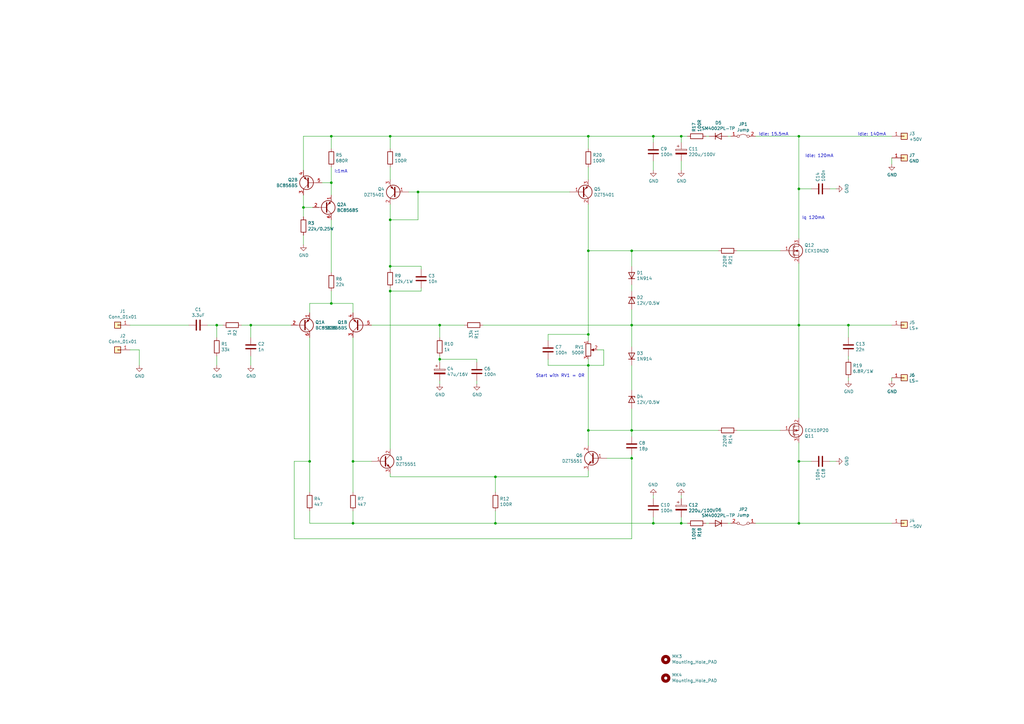
<source format=kicad_sch>
(kicad_sch (version 20211123) (generator eeschema)
  (paper "A3")
  (title_block (title "Lateral MOS FET 80W") (date "2022-03-27") (rev "V2b"))
  (lib_symbols
    (symbol "Connector_Generic:Conn_01x01" (pin_names (offset 1.016) hide)
      (property "Reference" "J" (at 0 2.54 0))
      (property "Value" "Conn_01x01" (at 0 -2.54 0))
      (symbol "Conn_01x01_1_1"
        (rectangle (start -1.27 0.127) (end 0 -0.127) (stroke (width 0.1524)))
        (rectangle (start -1.27 1.27) (end 1.27 -1.27) (stroke (width 0.254)) (fill (type background)))
        (pin passive line (at -5.08 0 0) (length 3.81) (name "Pin_1") (number "1"))
      )
    )
    (symbol "Device:C" (pin_numbers hide) (pin_names (offset 0.254))
      (property "Reference" "C" (at 0.635 2.54 0))
      (property "Value" "C" (at 0.635 -2.54 0))
      (symbol "C_0_1"
        (polyline (pts (xy -2.032 -0.762) (xy 2.032 -0.762)) (stroke (width 0.508)))
        (polyline (pts (xy -2.032 0.762) (xy 2.032 0.762)) (stroke (width 0.508)))
      )
      (symbol "C_1_1"
        (pin passive line (at 0 3.81 270) (length 2.794) (name "~") (number "1"))
        (pin passive line (at 0 -3.81 90) (length 2.794) (name "~") (number "2"))
      )
    )
    (symbol "Device:CP" (pin_numbers hide) (pin_names (offset 0.254))
      (property "Reference" "C" (at 0.635 2.54 0))
      (property "Value" "Device_CP" (at 0.635 -2.54 0))
      (symbol "CP_0_1"
        (rectangle (start -2.286 0.508) (end 2.286 1.016))
        (polyline (pts (xy -1.778 2.286) (xy -0.762 2.286)))
        (polyline (pts (xy -1.27 2.794) (xy -1.27 1.778)))
        (rectangle (start 2.286 -0.508) (end -2.286 -1.016) (fill (type outline)))
      )
      (symbol "CP_1_1"
        (pin passive line (at 0 3.81 270) (length 2.794) (name "~") (number "1"))
        (pin passive line (at 0 -3.81 90) (length 2.794) (name "~") (number "2"))
      )
    )
    (symbol "Device:R" (pin_numbers hide) (pin_names (offset 0))
      (property "Reference" "R" (at 2.032 0 90))
      (property "Value" "R" (at 0 0 90))
      (symbol "R_0_1"
        (rectangle (start -1.016 -2.54) (end 1.016 2.54) (stroke (width 0.254)))
      )
      (symbol "R_1_1"
        (pin passive line (at 0 3.81 270) (length 1.27) (name "~") (number "1"))
        (pin passive line (at 0 -3.81 90) (length 1.27) (name "~") (number "2"))
      )
    )
    (symbol "Device:R_POT" (pin_names (offset 1.016) hide)
      (property "Reference" "RV" (at -4.445 0 90))
      (property "Value" "Device_R_POT" (at -2.54 0 90))
      (symbol "R_POT_0_1"
        (polyline (pts (xy 2.54 0) (xy 1.524 0)))
        (polyline (pts (xy 1.143 0) (xy 2.286 0.508) (xy 2.286 -0.508) (xy 1.143 0)) (fill (type outline)))
        (rectangle (start 1.016 2.54) (end -1.016 -2.54) (stroke (width 0.254)))
      )
      (symbol "R_POT_1_1"
        (pin passive line (at 0 3.81 270) (length 1.27) (name "1") (number "1"))
        (pin passive line (at 3.81 0 180) (length 1.27) (name "2") (number "2"))
        (pin passive line (at 0 -3.81 90) (length 1.27) (name "3") (number "3"))
      )
    )
    (symbol "Diode:1N4002" (pin_numbers hide) (pin_names (offset 1.016) hide)
      (property "Reference" "D" (at 0 2.54 0))
      (property "Value" "1N4002" (at 0 -2.54 0))
      (symbol "1N4002_0_1"
        (polyline (pts (xy -1.27 1.27) (xy -1.27 -1.27)) (stroke (width 0.254)))
        (polyline (pts (xy 1.27 0) (xy -1.27 0)))
        (polyline (pts (xy 1.27 1.27) (xy 1.27 -1.27) (xy -1.27 0) (xy 1.27 1.27)) (stroke (width 0.254)))
      )
      (symbol "1N4002_1_1"
        (pin passive line (at -3.81 0 0) (length 2.54) (name "K") (number "1"))
        (pin passive line (at 3.81 0 180) (length 2.54) (name "A") (number "2"))
      )
    )
    (symbol "Diode:1N4148" (pin_numbers hide) (pin_names (offset 1.016) hide)
      (property "Reference" "D" (at 0 2.54 0))
      (property "Value" "1N4148" (at 0 -2.54 0))
      (symbol "1N4148_0_1"
        (polyline (pts (xy -1.27 1.27) (xy -1.27 -1.27)) (stroke (width 0.254)))
        (polyline (pts (xy 1.27 0) (xy -1.27 0)))
        (polyline (pts (xy 1.27 1.27) (xy 1.27 -1.27) (xy -1.27 0) (xy 1.27 1.27)) (stroke (width 0.254)))
      )
      (symbol "1N4148_1_1"
        (pin passive line (at -3.81 0 0) (length 2.54) (name "K") (number "1"))
        (pin passive line (at 3.81 0 180) (length 2.54) (name "A") (number "2"))
      )
    )
    (symbol "Diode:ZPDxx" (pin_numbers hide) (pin_names (offset 1.016) hide)
      (property "Reference" "D" (at 0 2.54 0))
      (property "Value" "ZPDxx" (at 0 -2.54 0))
      (symbol "ZPDxx_0_1"
        (polyline (pts (xy 1.27 0) (xy -1.27 0)))
        (polyline (pts (xy -1.27 -1.27) (xy -1.27 1.27) (xy -0.762 1.27)) (stroke (width 0.254)))
        (polyline (pts (xy 1.27 -1.27) (xy 1.27 1.27) (xy -1.27 0) (xy 1.27 -1.27)) (stroke (width 0.254)))
      )
      (symbol "ZPDxx_1_1"
        (pin passive line (at -3.81 0 0) (length 2.54) (name "K") (number "1"))
        (pin passive line (at 3.81 0 180) (length 2.54) (name "A") (number "2"))
      )
    )
    (symbol "Jumper:Jumper_2_Bridged" (pin_names (offset 0) hide)
      (property "Reference" "JP" (at 0 1.905 0))
      (property "Value" "Jumper_2_Bridged" (at 0 -2.54 0))
      (symbol "Jumper_2_Bridged_0_0"
        (circle (center -2.032 0) (radius 0.508))
        (circle (center 2.032 0) (radius 0.508))
      )
      (symbol "Jumper_2_Bridged_0_1"
        (arc (start 1.524 0.254) (mid 0 0.762) (end -1.524 0.254))
      )
      (symbol "Jumper_2_Bridged_1_1"
        (pin passive line (at -5.08 0 0) (length 2.54) (name "A") (number "1"))
        (pin passive line (at 5.08 0 180) (length 2.54) (name "B") (number "2"))
      )
    )
    (symbol "Mechanical:MountingHole" (pin_names (offset 1.016))
      (property "Reference" "H" (at 0 5.08 0))
      (property "Value" "MountingHole" (at 0 3.175 0))
      (symbol "MountingHole_0_1"
        (circle (center 0 0) (radius 1.27) (stroke (width 1.27)))
      )
    )
    (symbol "Transistor_BJT:BC856BS" (pin_names (offset 0) hide)
      (property "Reference" "Q" (at 5.08 1.27 0))
      (property "Value" "BC856BS" (at 5.08 -1.27 0))
      (symbol "BC856BS_0_1"
        (polyline (pts (xy 0.635 0) (xy -2.54 0)))
        (polyline (pts (xy 0.635 0.635) (xy 2.54 2.54)))
        (polyline (pts (xy 0.635 -0.635) (xy 2.54 -2.54) (xy 2.54 -2.54)))
        (polyline (pts (xy 0.635 1.905) (xy 0.635 -1.905) (xy 0.635 -1.905)) (stroke (width 0.508)))
        (polyline (pts (xy 2.286 -1.778) (xy 1.778 -2.286) (xy 1.27 -1.27) (xy 2.286 -1.778) (xy 2.286 -1.778)) (fill (type outline)))
        (circle (center 1.27 0) (radius 2.8194) (stroke (width 0.254)))
      )
      (symbol "BC856BS_1_1"
        (pin passive line (at 2.54 -5.08 90) (length 2.54) (name "E1") (number "1"))
        (pin input line (at -5.08 0 0) (length 2.54) (name "B1") (number "2"))
        (pin passive line (at 2.54 5.08 270) (length 2.54) (name "C1") (number "6"))
      )
      (symbol "BC856BS_2_1"
        (pin passive line (at 2.54 5.08 270) (length 2.54) (name "C2") (number "3"))
        (pin passive line (at 2.54 -5.08 90) (length 2.54) (name "E2") (number "4"))
        (pin input line (at -5.08 0 0) (length 2.54) (name "B2") (number "5"))
      )
    )
    (symbol "kicad-snk:DZT5401" (pin_names (offset 0) hide)
      (property "Reference" "Q" (at 5.08 1.905 0))
      (property "Value" "kicad-snk_DZT5401" (at 5.08 0 0))
      (symbol "DZT5401_0_1"
        (polyline (pts (xy 0.635 0.635) (xy 2.54 2.54)))
        (polyline (pts (xy 0.635 -0.635) (xy 2.54 -2.54) (xy 2.54 -2.54)))
        (polyline (pts (xy 0.635 1.905) (xy 0.635 -1.905) (xy 0.635 -1.905)) (stroke (width 0.508)))
        (polyline (pts (xy 2.286 -1.778) (xy 1.778 -2.286) (xy 1.27 -1.27) (xy 2.286 -1.778) (xy 2.286 -1.778)) (fill (type outline)))
        (circle (center 1.27 0) (radius 2.8194) (stroke (width 0.254)))
      )
      (symbol "DZT5401_1_1"
        (pin input line (at -5.08 0 0) (length 5.715) (name "B") (number "1"))
        (pin passive line (at 2.54 5.08 270) (length 2.54) (name "C") (number "2"))
        (pin passive line (at 2.54 -5.08 90) (length 2.54) (name "E") (number "3"))
      )
    )
    (symbol "kicad-snk:DZT5551" (pin_names (offset 0) hide)
      (property "Reference" "Q" (at 5.08 1.905 0))
      (property "Value" "kicad-snk_DZT5551" (at 5.08 0 0))
      (symbol "DZT5551_0_1"
        (polyline (pts (xy 0.635 0.635) (xy 2.54 2.54)))
        (polyline (pts (xy 0.635 -0.635) (xy 2.54 -2.54) (xy 2.54 -2.54)))
        (polyline (pts (xy 0.635 1.905) (xy 0.635 -1.905) (xy 0.635 -1.905)) (stroke (width 0.508)))
        (polyline (pts (xy 1.27 -1.778) (xy 1.778 -1.27) (xy 2.286 -2.286) (xy 1.27 -1.778) (xy 1.27 -1.778)) (fill (type outline)))
        (circle (center 1.27 0) (radius 2.8194) (stroke (width 0.254)))
      )
      (symbol "DZT5551_1_1"
        (pin input line (at -5.08 0 0) (length 5.715) (name "B") (number "1"))
        (pin passive line (at 2.54 5.08 270) (length 2.54) (name "C") (number "2"))
        (pin passive line (at 2.54 -5.08 90) (length 2.54) (name "E") (number "3"))
      )
    )
    (symbol "kicad-snk:Q_NMOS_GSD" (pin_names (offset 0) hide)
      (property "Reference" "Q" (at 7.62 1.27 0))
      (property "Value" "kicad-snk_Q_NMOS_GSD" (at 16.51 -1.27 0))
      (symbol "Q_NMOS_GSD_0_1"
        (polyline (pts (xy 0.762 -1.778) (xy 2.54 -1.778)))
        (polyline (pts (xy 0.762 -1.27) (xy 0.762 -2.286)) (stroke (width 0.254)))
        (polyline (pts (xy 0.762 0) (xy 2.54 0)))
        (polyline (pts (xy 0.762 0.508) (xy 0.762 -0.508)) (stroke (width 0.254)))
        (polyline (pts (xy 0.762 1.778) (xy 2.54 1.778)))
        (polyline (pts (xy 0.762 2.286) (xy 0.762 1.27)) (stroke (width 0.254)))
        (polyline (pts (xy 2.54 -1.778) (xy 2.54 -2.54)))
        (polyline (pts (xy 2.54 -1.778) (xy 2.54 0)))
        (polyline (pts (xy 2.54 2.54) (xy 2.54 1.778)))
        (polyline (pts (xy 0.254 1.905) (xy 0.254 -1.905) (xy 0.254 -1.905)) (stroke (width 0.254)))
        (polyline (pts (xy 1.016 0) (xy 2.032 0.381) (xy 2.032 -0.381) (xy 1.016 0)) (fill (type outline)))
        (circle (center 1.27 0) (radius 2.8194) (stroke (width 0.254)))
      )
      (symbol "Q_NMOS_GSD_1_1"
        (pin input line (at -5.08 0 0) (length 5.334) (name "G") (number "1"))
        (pin passive line (at 2.54 -5.08 90) (length 2.54) (name "S") (number "2"))
        (pin passive line (at 2.54 5.08 270) (length 2.54) (name "D") (number "3"))
      )
    )
    (symbol "kicad-snk:Q_PMOS_GSD" (pin_names (offset 0) hide)
      (property "Reference" "Q" (at 7.62 1.27 0))
      (property "Value" "kicad-snk_Q_PMOS_GSD" (at 16.51 -1.27 0))
      (symbol "Q_PMOS_GSD_0_1"
        (polyline (pts (xy 0.762 -1.778) (xy 2.54 -1.778)))
        (polyline (pts (xy 0.762 -1.27) (xy 0.762 -2.286)) (stroke (width 0.254)))
        (polyline (pts (xy 0.762 0) (xy 2.54 0)))
        (polyline (pts (xy 0.762 0.508) (xy 0.762 -0.508)) (stroke (width 0.254)))
        (polyline (pts (xy 0.762 1.778) (xy 2.54 1.778)))
        (polyline (pts (xy 0.762 2.286) (xy 0.762 1.27)) (stroke (width 0.254)))
        (polyline (pts (xy 2.54 -1.778) (xy 2.54 -2.54)))
        (polyline (pts (xy 2.54 -1.778) (xy 2.54 0)))
        (polyline (pts (xy 2.54 2.54) (xy 2.54 1.778)))
        (polyline (pts (xy 0.254 1.905) (xy 0.254 -1.905) (xy 0.254 -1.905)) (stroke (width 0.254)))
        (polyline (pts (xy 2.286 0) (xy 1.27 -0.381) (xy 1.27 0.381) (xy 2.286 0)) (fill (type outline)))
        (circle (center 1.27 0) (radius 2.8194) (stroke (width 0.254)))
      )
      (symbol "Q_PMOS_GSD_1_1"
        (pin input line (at -5.08 0 0) (length 5.334) (name "G") (number "1"))
        (pin passive line (at 2.54 -5.08 90) (length 2.54) (name "D") (number "2"))
        (pin passive line (at 2.54 5.08 270) (length 2.54) (name "S") (number "3"))
      )
    )
    (symbol "power:GND" (power) (pin_names (offset 0))
      (property "Value" "GND" (at 0 -3.81 0))
      (symbol "GND_0_1"
        (polyline (pts (xy 0 0) (xy 0 -1.27) (xy 1.27 -1.27) (xy 0 -2.54) (xy -1.27 -1.27) (xy 0 -1.27)))
      )
      (symbol "GND_1_1"
        (pin power_in line (at 0 0 270) (length 0) hide (name "GND") (number "1"))
      )
    )
  )
  (junction (at 241.3 55.88))
  (junction (at 135.89 74.93))
  (junction (at 259.08 102.87))
  (junction (at 180.34 133.35))
  (junction (at 347.98 133.35))
  (junction (at 241.3 137.16))
  (junction (at 241.3 102.87))
  (junction (at 160.02 90.17))
  (junction (at 135.89 124.46))
  (junction (at 267.97 214.63))
  (junction (at 88.9 133.35))
  (junction (at 259.08 133.35))
  (junction (at 160.02 109.22))
  (junction (at 241.3 149.86))
  (junction (at 267.97 55.88))
  (junction (at 327.66 189.23))
  (junction (at 279.4 55.88))
  (junction (at 171.45 78.74))
  (junction (at 327.66 55.88))
  (junction (at 203.2 214.63))
  (junction (at 135.89 55.88))
  (junction (at 144.78 189.23))
  (junction (at 203.2 195.58))
  (junction (at 327.66 133.35))
  (junction (at 327.66 214.63))
  (junction (at 127 189.23))
  (junction (at 241.3 176.53))
  (junction (at 259.08 187.96))
  (junction (at 124.46 85.09))
  (junction (at 160.02 55.88))
  (junction (at 160.02 119.38))
  (junction (at 259.08 176.53))
  (junction (at 102.87 133.35))
  (junction (at 180.34 147.32))
  (junction (at 144.78 214.63))
  (junction (at 279.4 214.63))
  (junction (at 327.66 77.47))
  (wire (pts (xy 57.15 143.51) (xy 53.34 143.51)))
  (wire (pts (xy 247.65 149.86) (xy 247.65 143.51)))
  (wire (pts (xy 309.88 214.63) (xy 327.66 214.63)))
  (wire (pts (xy 195.58 147.32) (xy 180.34 147.32)))
  (wire (pts (xy 160.02 194.31) (xy 160.02 195.58)))
  (wire (pts (xy 327.66 214.63) (xy 327.66 189.23)))
  (wire (pts (xy 259.08 176.53) (xy 241.3 176.53)))
  (wire (pts (xy 195.58 148.59) (xy 195.58 147.32)))
  (wire (pts (xy 259.08 109.22) (xy 259.08 102.87)))
  (wire (pts (xy 144.78 138.43) (xy 144.78 189.23)))
  (wire (pts (xy 135.89 119.38) (xy 135.89 124.46)))
  (wire (pts (xy 267.97 55.88) (xy 267.97 58.42)))
  (wire (pts (xy 53.34 133.35) (xy 77.47 133.35)))
  (wire (pts (xy 259.08 133.35) (xy 259.08 127)))
  (wire (pts (xy 267.97 66.04) (xy 267.97 69.85)))
  (wire (pts (xy 332.74 77.47) (xy 327.66 77.47)))
  (wire (pts (xy 172.72 110.49) (xy 172.72 109.22)))
  (wire (pts (xy 332.74 189.23) (xy 327.66 189.23)))
  (wire (pts (xy 135.89 74.93) (xy 135.89 68.58)))
  (wire (pts (xy 279.4 55.88) (xy 279.4 58.42)))
  (wire (pts (xy 327.66 97.79) (xy 327.66 77.47)))
  (wire (pts (xy 120.65 220.98) (xy 259.08 220.98)))
  (wire (pts (xy 180.34 147.32) (xy 180.34 146.05)))
  (wire (pts (xy 241.3 149.86) (xy 247.65 149.86)))
  (wire (pts (xy 241.3 55.88) (xy 160.02 55.88)))
  (wire (pts (xy 120.65 189.23) (xy 120.65 220.98)))
  (wire (pts (xy 144.78 214.63) (xy 203.2 214.63)))
  (wire (pts (xy 290.83 55.88) (xy 289.56 55.88)))
  (wire (pts (xy 102.87 138.43) (xy 102.87 133.35)))
  (wire (pts (xy 302.26 176.53) (xy 320.04 176.53)))
  (wire (pts (xy 241.3 149.86) (xy 241.3 176.53)))
  (wire (pts (xy 160.02 90.17) (xy 160.02 83.82)))
  (wire (pts (xy 203.2 195.58) (xy 241.3 195.58)))
  (wire (pts (xy 132.08 74.93) (xy 135.89 74.93)))
  (wire (pts (xy 171.45 90.17) (xy 171.45 78.74)))
  (wire (pts (xy 160.02 60.96) (xy 160.02 55.88)))
  (wire (pts (xy 298.45 55.88) (xy 299.72 55.88)))
  (wire (pts (xy 127 128.27) (xy 127 124.46)))
  (wire (pts (xy 365.76 64.77) (xy 365.76 67.31)))
  (wire (pts (xy 241.3 139.7) (xy 241.3 137.16)))
  (wire (pts (xy 259.08 160.02) (xy 259.08 149.86)))
  (wire (pts (xy 127 124.46) (xy 135.89 124.46)))
  (wire (pts (xy 135.89 55.88) (xy 124.46 55.88)))
  (wire (pts (xy 327.66 77.47) (xy 327.66 55.88)))
  (wire (pts (xy 241.3 147.32) (xy 241.3 149.86)))
  (wire (pts (xy 241.3 73.66) (xy 241.3 68.58)))
  (wire (pts (xy 127 201.93) (xy 127 189.23)))
  (wire (pts (xy 160.02 119.38) (xy 160.02 118.11)))
  (wire (pts (xy 172.72 118.11) (xy 172.72 119.38)))
  (wire (pts (xy 267.97 214.63) (xy 203.2 214.63)))
  (wire (pts (xy 327.66 189.23) (xy 327.66 181.61)))
  (wire (pts (xy 259.08 102.87) (xy 294.64 102.87)))
  (wire (pts (xy 347.98 138.43) (xy 347.98 133.35)))
  (wire (pts (xy 102.87 149.86) (xy 102.87 146.05)))
  (wire (pts (xy 88.9 149.86) (xy 88.9 146.05)))
  (wire (pts (xy 135.89 80.01) (xy 135.89 74.93)))
  (wire (pts (xy 347.98 156.21) (xy 347.98 154.94)))
  (wire (pts (xy 180.34 133.35) (xy 152.4 133.35)))
  (wire (pts (xy 241.3 176.53) (xy 241.3 182.88)))
  (wire (pts (xy 160.02 73.66) (xy 160.02 68.58)))
  (wire (pts (xy 224.79 139.7) (xy 224.79 137.16)))
  (wire (pts (xy 102.87 133.35) (xy 119.38 133.35)))
  (wire (pts (xy 302.26 102.87) (xy 320.04 102.87)))
  (wire (pts (xy 342.9 77.47) (xy 340.36 77.47)))
  (wire (pts (xy 279.4 214.63) (xy 267.97 214.63)))
  (wire (pts (xy 309.88 55.88) (xy 327.66 55.88)))
  (wire (pts (xy 279.4 212.09) (xy 279.4 214.63)))
  (wire (pts (xy 124.46 80.01) (xy 124.46 85.09)))
  (wire (pts (xy 347.98 147.32) (xy 347.98 146.05)))
  (wire (pts (xy 180.34 148.59) (xy 180.34 147.32)))
  (wire (pts (xy 195.58 157.48) (xy 195.58 156.21)))
  (wire (pts (xy 327.66 55.88) (xy 365.76 55.88)))
  (wire (pts (xy 88.9 138.43) (xy 88.9 133.35)))
  (wire (pts (xy 171.45 78.74) (xy 233.68 78.74)))
  (wire (pts (xy 203.2 214.63) (xy 203.2 209.55)))
  (wire (pts (xy 124.46 100.33) (xy 124.46 96.52)))
  (wire (pts (xy 299.72 214.63) (xy 298.45 214.63)))
  (wire (pts (xy 160.02 90.17) (xy 171.45 90.17)))
  (wire (pts (xy 135.89 60.96) (xy 135.89 55.88)))
  (wire (pts (xy 160.02 119.38) (xy 160.02 184.15)))
  (wire (pts (xy 365.76 133.35) (xy 347.98 133.35)))
  (wire (pts (xy 281.94 55.88) (xy 279.4 55.88)))
  (wire (pts (xy 248.92 187.96) (xy 259.08 187.96)))
  (wire (pts (xy 127 214.63) (xy 144.78 214.63)))
  (wire (pts (xy 160.02 195.58) (xy 203.2 195.58)))
  (wire (pts (xy 224.79 147.32) (xy 224.79 149.86)))
  (wire (pts (xy 160.02 55.88) (xy 135.89 55.88)))
  (wire (pts (xy 241.3 55.88) (xy 241.3 60.96)))
  (wire (pts (xy 327.66 107.95) (xy 327.66 133.35)))
  (wire (pts (xy 144.78 214.63) (xy 144.78 209.55)))
  (wire (pts (xy 135.89 124.46) (xy 144.78 124.46)))
  (wire (pts (xy 160.02 119.38) (xy 172.72 119.38)))
  (wire (pts (xy 279.4 66.04) (xy 279.4 69.85)))
  (wire (pts (xy 124.46 85.09) (xy 124.46 88.9)))
  (wire (pts (xy 347.98 133.35) (xy 327.66 133.35)))
  (wire (pts (xy 85.09 133.35) (xy 88.9 133.35)))
  (wire (pts (xy 241.3 195.58) (xy 241.3 193.04)))
  (wire (pts (xy 160.02 109.22) (xy 172.72 109.22)))
  (wire (pts (xy 160.02 110.49) (xy 160.02 109.22)))
  (wire (pts (xy 267.97 204.47) (xy 267.97 203.2)))
  (wire (pts (xy 180.34 157.48) (xy 180.34 156.21)))
  (wire (pts (xy 259.08 176.53) (xy 259.08 167.64)))
  (wire (pts (xy 102.87 133.35) (xy 99.06 133.35)))
  (wire (pts (xy 342.9 189.23) (xy 340.36 189.23)))
  (wire (pts (xy 241.3 102.87) (xy 241.3 83.82)))
  (wire (pts (xy 198.12 133.35) (xy 259.08 133.35)))
  (wire (pts (xy 224.79 149.86) (xy 241.3 149.86)))
  (wire (pts (xy 167.64 78.74) (xy 171.45 78.74)))
  (wire (pts (xy 127 209.55) (xy 127 214.63)))
  (wire (pts (xy 245.11 143.51) (xy 247.65 143.51)))
  (wire (pts (xy 241.3 137.16) (xy 241.3 102.87)))
  (wire (pts (xy 144.78 124.46) (xy 144.78 128.27)))
  (wire (pts (xy 144.78 201.93) (xy 144.78 189.23)))
  (wire (pts (xy 259.08 187.96) (xy 259.08 186.69)))
  (wire (pts (xy 290.83 214.63) (xy 289.56 214.63)))
  (wire (pts (xy 327.66 214.63) (xy 365.76 214.63)))
  (wire (pts (xy 279.4 203.2) (xy 279.4 204.47)))
  (wire (pts (xy 124.46 55.88) (xy 124.46 69.85)))
  (wire (pts (xy 241.3 102.87) (xy 259.08 102.87)))
  (wire (pts (xy 128.27 85.09) (xy 124.46 85.09)))
  (wire (pts (xy 91.44 133.35) (xy 88.9 133.35)))
  (wire (pts (xy 57.15 149.86) (xy 57.15 143.51)))
  (wire (pts (xy 160.02 109.22) (xy 160.02 90.17)))
  (wire (pts (xy 259.08 142.24) (xy 259.08 133.35)))
  (wire (pts (xy 180.34 133.35) (xy 190.5 133.35)))
  (wire (pts (xy 127 138.43) (xy 127 189.23)))
  (wire (pts (xy 127 189.23) (xy 120.65 189.23)))
  (wire (pts (xy 224.79 137.16) (xy 241.3 137.16)))
  (wire (pts (xy 267.97 212.09) (xy 267.97 214.63)))
  (wire (pts (xy 267.97 55.88) (xy 241.3 55.88)))
  (wire (pts (xy 259.08 133.35) (xy 327.66 133.35)))
  (wire (pts (xy 259.08 119.38) (xy 259.08 116.84)))
  (wire (pts (xy 259.08 176.53) (xy 294.64 176.53)))
  (wire (pts (xy 180.34 138.43) (xy 180.34 133.35)))
  (wire (pts (xy 279.4 55.88) (xy 267.97 55.88)))
  (wire (pts (xy 259.08 220.98) (xy 259.08 187.96)))
  (wire (pts (xy 203.2 201.93) (xy 203.2 195.58)))
  (wire (pts (xy 281.94 214.63) (xy 279.4 214.63)))
  (wire (pts (xy 259.08 179.07) (xy 259.08 176.53)))
  (wire (pts (xy 327.66 133.35) (xy 327.66 171.45)))
  (wire (pts (xy 135.89 111.76) (xy 135.89 90.17)))
  (wire (pts (xy 365.76 156.21) (xy 365.76 154.94)))
  (wire (pts (xy 152.4 189.23) (xy 144.78 189.23)))
  (text "Idle: 120mA" (at 330.2 64.77 0) (effects (font (size 1.27 1.27)) (justify left bottom)))
  (text "Iq 120mA" (at 328.93 90.17 0) (effects (font (size 1.27 1.27)) (justify left bottom)))
  (text "Idle: 15.5mA" (at 311.15 55.88 0) (effects (font (size 1.27 1.27)) (justify left bottom)))
  (text "Idle: 140mA" (at 351.79 55.88 0) (effects (font (size 1.27 1.27)) (justify left bottom)))
  (text "Start with RV1 = 0R" (at 219.71 154.94 0) (effects (font (size 1.27 1.27)) (justify left bottom)))
  (text "I:1mA" (at 137.16 71.12 0) (effects (font (size 1.27 1.27)) (justify left bottom)))
  (symbol (lib_id "Device:R") (at 95.25 133.35 270) (unit 1)
    (property "Reference" "R2" (at 96.4184 135.128 0) (effects (justify left)))
    (property "Value" "1k" (at 94.107 135.128 0) (effects (justify left)))
    (property "Footprint" "Resistor_SMD:R_0805_2012Metric_Pad1.20x1.40mm_HandSolder" (effects hide))
  )
  (symbol (lib_id "Device:C") (at 102.87 142.24 0) (unit 1)
    (property "Reference" "C2" (at 105.791 141.0716 0) (effects (justify left)))
    (property "Value" "1n" (at 105.791 143.383 0) (effects (justify left)))
    (property "Footprint" "Capacitor_THT:C_Rect_L7.2mm_W2.5mm_P5.00mm_FKS2_FKP2_MKS2_MKP2" (effects hide))
  )
  (symbol (lib_id "Device:C") (at 81.28 133.35 270) (unit 1)
    (property "Reference" "C1" (at 81.28 126.9492 90))
    (property "Value" "3.3uF" (at 81.28 129.2606 90))
    (property "Footprint" "Capacitor_THT:C_Rect_L7.2mm_W7.2mm_P5.00mm_FKS2_FKP2_MKS2_MKP2" (effects hide))
  )
  (symbol (lib_id "power:GND") (at 88.9 149.86 0) (unit 1)
    (property "Reference" "#PWR0101" (effects hide))
    (property "Value" "GND" (at 89.027 154.2542 0))
  )
  (symbol (lib_id "Device:R") (at 88.9 142.24 0) (unit 1)
    (property "Reference" "R1" (at 90.678 141.0716 0) (effects (justify left)))
    (property "Value" "33k" (at 90.678 143.383 0) (effects (justify left)))
    (property "Footprint" "Resistor_SMD:R_0805_2012Metric_Pad1.20x1.40mm_HandSolder" (effects hide))
  )
  (symbol (lib_id "power:GND") (at 57.15 149.86 0) (unit 1)
    (property "Reference" "#PWR0102" (effects hide))
    (property "Value" "GND" (at 57.277 154.2542 0))
  )
  (symbol (lib_id "Connector_Generic:Conn_01x01") (at 48.26 133.35 180) (unit 1)
    (property "Reference" "J1" (at 50.3428 127.635 0))
    (property "Value" "Conn_01x01" (at 50.3428 129.9464 0))
    (property "Footprint" "Connector_Pin:Pin_D1.0mm_L10.0mm" (effects hide))
  )
  (symbol (lib_id "Connector_Generic:Conn_01x01") (at 48.26 143.51 180) (unit 1)
    (property "Reference" "J2" (at 50.3428 137.795 0))
    (property "Value" "Conn_01x01" (at 50.3428 140.1064 0))
    (property "Footprint" "Connector_Pin:Pin_D1.0mm_L10.0mm" (effects hide))
  )
  (symbol (lib_id "Device:R") (at 135.89 115.57 0) (unit 1)
    (property "Reference" "R6" (at 137.668 114.4016 0) (effects (justify left)))
    (property "Value" "22k" (at 137.668 116.713 0) (effects (justify left)))
    (property "Footprint" "Resistor_SMD:R_0805_2012Metric_Pad1.20x1.40mm_HandSolder" (effects hide))
  )
  (symbol (lib_id "Device:R") (at 124.46 92.71 0) (unit 1)
    (property "Reference" "R3" (at 126.238 91.5416 0) (effects (justify left)))
    (property "Value" "22k/0.25W" (at 126.238 93.853 0) (effects (justify left)))
    (property "Footprint" "Resistor_SMD:R_0805_2012Metric_Pad1.20x1.40mm_HandSolder" (effects hide))
  )
  (symbol (lib_id "power:GND") (at 124.46 100.33 0) (unit 1)
    (property "Reference" "#PWR0103" (effects hide))
    (property "Value" "GND" (at 124.587 104.7242 0))
  )
  (symbol (lib_id "Jumper:Jumper_2_Bridged") (at 304.8 55.88 0) (unit 1)
    (property "Reference" "JP1" (at 304.8 50.927 0))
    (property "Value" "Jump" (at 304.8 53.2384 0))
    (property "Footprint" "Connector_PinHeader_2.54mm:PinHeader_1x02_P2.54mm_Vertical" (effects hide))
  )
  (symbol (lib_id "Device:R") (at 135.89 64.77 0) (unit 1)
    (property "Reference" "R5" (at 137.668 63.6016 0) (effects (justify left)))
    (property "Value" "680R" (at 137.668 65.913 0) (effects (justify left)))
    (property "Footprint" "Resistor_SMD:R_0805_2012Metric_Pad1.20x1.40mm_HandSolder" (effects hide))
  )
  (symbol (lib_id "Jumper:Jumper_2_Bridged") (at 304.8 214.63 180) (unit 1)
    (property "Reference" "JP2" (at 304.8 208.915 0))
    (property "Value" "Jump" (at 304.8 211.2264 0))
    (property "Footprint" "Connector_PinHeader_2.54mm:PinHeader_1x02_P2.54mm_Vertical" (effects hide))
  )
  (symbol (lib_id "Device:R") (at 160.02 64.77 0) (unit 1)
    (property "Reference" "R8" (at 161.798 63.6016 0) (effects (justify left)))
    (property "Value" "100R" (at 161.798 65.913 0) (effects (justify left)))
    (property "Footprint" "Resistor_SMD:R_0805_2012Metric_Pad1.20x1.40mm_HandSolder" (effects hide))
  )
  (symbol (lib_id "Device:CP") (at 180.34 152.4 0) (unit 1)
    (property "Reference" "C4" (at 183.3372 151.2316 0) (effects (justify left)))
    (property "Value" "47u/16V" (at 183.3372 153.543 0) (effects (justify left)))
    (property "Footprint" "Capacitor_THT:CP_Radial_D5.0mm_P2.00mm" (effects hide))
  )
  (symbol (lib_id "Device:C") (at 195.58 152.4 0) (unit 1)
    (property "Reference" "C6" (at 198.501 151.2316 0) (effects (justify left)))
    (property "Value" "100n" (at 198.501 153.543 0) (effects (justify left)))
    (property "Footprint" "Capacitor_THT:C_Rect_L7.2mm_W2.5mm_P5.00mm_FKS2_FKP2_MKS2_MKP2" (effects hide))
  )
  (symbol (lib_id "Device:R") (at 180.34 142.24 0) (unit 1)
    (property "Reference" "R10" (at 182.118 141.0716 0) (effects (justify left)))
    (property "Value" "1k" (at 182.118 143.383 0) (effects (justify left)))
    (property "Footprint" "Resistor_SMD:R_0805_2012Metric_Pad1.20x1.40mm_HandSolder" (effects hide))
  )
  (symbol (lib_id "Device:R") (at 144.78 205.74 0) (unit 1)
    (property "Reference" "R7" (at 146.558 204.5716 0) (effects (justify left)))
    (property "Value" "4k7" (at 146.558 206.883 0) (effects (justify left)))
    (property "Footprint" "Resistor_SMD:R_0805_2012Metric_Pad1.20x1.40mm_HandSolder" (effects hide))
  )
  (symbol (lib_id "Device:R") (at 127 205.74 0) (unit 1)
    (property "Reference" "R4" (at 128.778 204.5716 0) (effects (justify left)))
    (property "Value" "4k7" (at 128.778 206.883 0) (effects (justify left)))
    (property "Footprint" "Resistor_SMD:R_0805_2012Metric_Pad1.20x1.40mm_HandSolder" (effects hide))
  )
  (symbol (lib_id "power:GND") (at 102.87 149.86 0) (unit 1)
    (property "Reference" "#PWR0104" (effects hide))
    (property "Value" "GND" (at 102.997 154.2542 0))
  )
  (symbol (lib_id "Device:R") (at 160.02 114.3 0) (unit 1)
    (property "Reference" "R9" (at 161.798 113.1316 0) (effects (justify left)))
    (property "Value" "12k/1W" (at 161.798 115.443 0) (effects (justify left)))
    (property "Footprint" "Resistor_SMD:R_1206_3216Metric_Pad1.30x1.75mm_HandSolder" (effects hide))
  )
  (symbol (lib_id "Device:R") (at 194.31 133.35 270) (unit 1)
    (property "Reference" "R11" (at 195.4784 135.128 0) (effects (justify left)))
    (property "Value" "33k" (at 193.167 135.128 0) (effects (justify left)))
    (property "Footprint" "Resistor_SMD:R_0805_2012Metric_Pad1.20x1.40mm_HandSolder" (effects hide))
  )
  (symbol (lib_id "Device:C") (at 172.72 114.3 0) (unit 1)
    (property "Reference" "C3" (at 175.641 113.1316 0) (effects (justify left)))
    (property "Value" "10n" (at 175.641 115.443 0) (effects (justify left)))
    (property "Footprint" "Capacitor_THT:C_Rect_L7.2mm_W2.5mm_P5.00mm_FKS2_FKP2_MKS2_MKP2" (effects hide))
  )
  (symbol (lib_id "Connector_Generic:Conn_01x01") (at 370.84 55.88 0) (unit 1)
    (property "Reference" "J3" (at 372.872 54.8132 0) (effects (justify left)))
    (property "Value" "+50V" (at 372.872 57.1246 0) (effects (justify left)))
    (property "Footprint" "Connector_Wire:SolderWire-1.5sqmm_1x01_D1.7mm_OD3.9mm" (effects hide))
  )
  (symbol (lib_id "Connector_Generic:Conn_01x01") (at 370.84 214.63 0) (unit 1)
    (property "Reference" "J4" (at 372.872 213.5632 0) (effects (justify left)))
    (property "Value" "-50V" (at 372.872 215.8746 0) (effects (justify left)))
    (property "Footprint" "Connector_Wire:SolderWire-1.5sqmm_1x01_D1.7mm_OD3.9mm" (effects hide))
  )
  (symbol (lib_id "power:GND") (at 347.98 156.21 0) (unit 1)
    (property "Reference" "#PWR0109" (effects hide))
    (property "Value" "GND" (at 348.107 160.6042 0))
  )
  (symbol (lib_id "Connector_Generic:Conn_01x01") (at 370.84 154.94 0) (unit 1)
    (property "Reference" "J6" (at 372.872 153.8732 0) (effects (justify left)))
    (property "Value" "LS-" (at 372.872 156.1846 0) (effects (justify left)))
    (property "Footprint" "Connector_Wire:SolderWire-1.5sqmm_1x01_D1.7mm_OD3.9mm" (effects hide))
  )
  (symbol (lib_id "Connector_Generic:Conn_01x01") (at 370.84 133.35 0) (unit 1)
    (property "Reference" "J5" (at 372.872 132.2832 0) (effects (justify left)))
    (property "Value" "LS+" (at 372.872 134.5946 0) (effects (justify left)))
    (property "Footprint" "Connector_Wire:SolderWire-1.5sqmm_1x01_D1.7mm_OD3.9mm" (effects hide))
  )
  (symbol (lib_id "power:GND") (at 365.76 156.21 0) (unit 1)
    (property "Reference" "#PWR0110" (effects hide))
    (property "Value" "GND" (at 365.887 160.6042 0))
  )
  (symbol (lib_id "Device:R_POT") (at 241.3 143.51 0) (unit 1)
    (property "Reference" "RV1" (at 239.5474 142.3416 0) (effects (justify right)))
    (property "Value" "500R" (at 239.5474 144.653 0) (effects (justify right)))
    (property "Footprint" "Potentiometer_THT:Potentiometer_Bourns_3296W_Vertical" (effects hide))
  )
  (symbol (lib_id "Device:C") (at 224.79 143.51 180) (unit 1)
    (property "Reference" "C7" (at 227.711 142.3416 0) (effects (justify right)))
    (property "Value" "100n" (at 227.711 144.653 0) (effects (justify right)))
    (property "Footprint" "Capacitor_THT:C_Rect_L7.2mm_W2.5mm_P5.00mm_FKS2_FKP2_MKS2_MKP2" (effects hide))
  )
  (symbol (lib_id "Device:R") (at 203.2 205.74 0) (unit 1)
    (property "Reference" "R12" (at 204.978 204.5716 0) (effects (justify left)))
    (property "Value" "100R" (at 204.978 206.883 0) (effects (justify left)))
    (property "Footprint" "Resistor_SMD:R_0805_2012Metric_Pad1.20x1.40mm_HandSolder" (effects hide))
  )
  (symbol (lib_id "Diode:1N4148") (at 259.08 113.03 90) (unit 1)
    (property "Reference" "D1" (at 261.112 111.8616 90) (effects (justify right)))
    (property "Value" "1N914" (at 261.112 114.173 90) (effects (justify right)))
    (property "Footprint" "Diode_SMD:D_SOD-123" (effects hide))
    (property "Datasheet" "https://assets.nexperia.com/documents/data-sheet/1N4148_1N4448.pdf" (effects hide))
  )
  (symbol (lib_id "Diode:ZPDxx") (at 259.08 123.19 270) (unit 1)
    (property "Reference" "D2" (at 261.112 122.0216 90) (effects (justify left)))
    (property "Value" "12V/0.5W" (at 261.112 124.333 90) (effects (justify left)))
    (property "Footprint" "Diode_SMD:D_SOD-123" (effects hide))
    (property "Datasheet" "http://diotec.com/tl_files/diotec/files/pdf/datasheets/zpd1" (effects hide))
  )
  (symbol (lib_id "Diode:1N4148") (at 259.08 146.05 90) (unit 1)
    (property "Reference" "D3" (at 261.112 144.8816 90) (effects (justify right)))
    (property "Value" "1N914" (at 261.112 147.193 90) (effects (justify right)))
    (property "Footprint" "Diode_SMD:D_SOD-123" (effects hide))
    (property "Datasheet" "https://assets.nexperia.com/documents/data-sheet/1N4148_1N4448.pdf" (effects hide))
  )
  (symbol (lib_id "Diode:ZPDxx") (at 259.08 163.83 270) (unit 1)
    (property "Reference" "D4" (at 261.112 162.6616 90) (effects (justify left)))
    (property "Value" "12V/0.5W" (at 261.112 164.973 90) (effects (justify left)))
    (property "Footprint" "Diode_SMD:D_SOD-123" (effects hide))
    (property "Datasheet" "http://diotec.com/tl_files/diotec/files/pdf/datasheets/zpd1" (effects hide))
  )
  (symbol (lib_id "Device:C") (at 259.08 182.88 180) (unit 1)
    (property "Reference" "C8" (at 262.001 181.7116 0) (effects (justify right)))
    (property "Value" "18p" (at 262.001 184.023 0) (effects (justify right)))
    (property "Footprint" "Capacitor_SMD:C_0805_2012Metric_Pad1.18x1.45mm_HandSolder" (effects hide))
  )
  (symbol (lib_id "Device:R") (at 298.45 176.53 270) (unit 1)
    (property "Reference" "R14" (at 299.6184 178.308 0) (effects (justify left)))
    (property "Value" "220R" (at 297.307 178.308 0) (effects (justify left)))
    (property "Footprint" "Resistor_SMD:R_0805_2012Metric_Pad1.20x1.40mm_HandSolder" (effects hide))
  )
  (symbol (lib_id "kicad-snk:Q_PMOS_GSD") (at 325.12 176.53 0) (mirror x) (unit 1)
    (property "Reference" "Q11" (at 329.9714 178.8414 0) (effects (justify left)))
    (property "Value" "ECX10P20" (at 329.9714 176.53 0) (effects (justify left)))
    (property "Footprint" "Package_TO_SOT_THT:TO-247-3_Horizontal_TabUp" (effects hide))
  )
  (symbol (lib_id "Connector_Generic:Conn_01x01") (at 370.84 64.77 0) (unit 1)
    (property "Reference" "J7" (at 372.872 63.7032 0) (effects (justify left)))
    (property "Value" "GND" (at 372.872 66.0146 0) (effects (justify left)))
    (property "Footprint" "Connector_Wire:SolderWire-1.5sqmm_1x01_D1.7mm_OD3.9mm" (effects hide))
  )
  (symbol (lib_id "Device:R") (at 347.98 151.13 0) (unit 1)
    (property "Reference" "R19" (at 349.758 149.9616 0) (effects (justify left)))
    (property "Value" "6.8R/1W" (at 349.758 152.273 0) (effects (justify left)))
    (property "Footprint" "Resistor_SMD:R_MELF_MMB-0207" (effects hide))
  )
  (symbol (lib_id "power:GND") (at 365.76 67.31 0) (unit 1)
    (property "Reference" "#PWR0111" (effects hide))
    (property "Value" "GND" (at 365.887 71.7042 0))
  )
  (symbol (lib_id "Device:C") (at 347.98 142.24 0) (unit 1)
    (property "Reference" "C13" (at 350.901 141.0716 0) (effects (justify left)))
    (property "Value" "22n" (at 350.901 143.383 0) (effects (justify left)))
    (property "Footprint" "Capacitor_THT:C_Rect_L7.2mm_W2.5mm_P5.00mm_FKS2_FKP2_MKS2_MKP2" (effects hide))
  )
  (symbol (lib_id "Device:CP") (at 279.4 62.23 0) (unit 1)
    (property "Reference" "C11" (at 282.3972 61.0616 0) (effects (justify left)))
    (property "Value" "220u/100V" (at 282.3972 63.373 0) (effects (justify left)))
    (property "Footprint" "Capacitor_THT:CP_Radial_D12.5mm_P5.00mm" (effects hide))
  )
  (symbol (lib_id "Device:C") (at 267.97 62.23 0) (unit 1)
    (property "Reference" "C9" (at 270.891 61.0616 0) (effects (justify left)))
    (property "Value" "100n" (at 270.891 63.373 0) (effects (justify left)))
    (property "Footprint" "Capacitor_THT:C_Rect_L7.2mm_W2.5mm_P5.00mm_FKS2_FKP2_MKS2_MKP2" (effects hide))
  )
  (symbol (lib_id "Diode:1N4002") (at 294.64 55.88 0) (unit 1)
    (property "Reference" "D5" (at 294.64 50.3682 0))
    (property "Value" "SM4002PL-TP" (at 294.64 52.6796 0))
    (property "Footprint" "Diode_SMD:D_SOD-123F" (effects hide))
    (property "Datasheet" "http://www.vishay.com/docs/88503/1n4001.pdf" (effects hide))
  )
  (symbol (lib_id "Device:R") (at 285.75 55.88 90) (unit 1)
    (property "Reference" "R17" (at 284.5816 54.102 0) (effects (justify left)))
    (property "Value" "100R" (at 286.893 54.102 0) (effects (justify left)))
    (property "Footprint" "Resistor_SMD:R_0805_2012Metric_Pad1.20x1.40mm_HandSolder" (effects hide))
  )
  (symbol (lib_id "Device:CP") (at 279.4 208.28 0) (unit 1)
    (property "Reference" "C12" (at 282.3972 207.1116 0) (effects (justify left)))
    (property "Value" "220u/100V" (at 282.3972 209.423 0) (effects (justify left)))
    (property "Footprint" "Capacitor_THT:CP_Radial_D12.5mm_P5.00mm" (effects hide))
  )
  (symbol (lib_id "Device:C") (at 267.97 208.28 0) (unit 1)
    (property "Reference" "C10" (at 270.891 207.1116 0) (effects (justify left)))
    (property "Value" "100n" (at 270.891 209.423 0) (effects (justify left)))
    (property "Footprint" "Capacitor_THT:C_Rect_L7.2mm_W2.5mm_P5.00mm_FKS2_FKP2_MKS2_MKP2" (effects hide))
  )
  (symbol (lib_id "Mechanical:MountingHole") (at 273.05 270.51 0) (unit 1)
    (property "Reference" "MK3" (at 275.59 269.2146 0) (effects (justify left)))
    (property "Value" "Mounting_Hole_PAD" (at 275.59 271.526 0) (effects (justify left)))
    (property "Footprint" "MountingHole:MountingHole_3.2mm_M3_Pad_Via" (effects hide))
  )
  (symbol (lib_id "Mechanical:MountingHole") (at 273.05 278.13 0) (unit 1)
    (property "Reference" "MK4" (at 275.59 276.8346 0) (effects (justify left)))
    (property "Value" "Mounting_Hole_PAD" (at 275.59 279.146 0) (effects (justify left)))
    (property "Footprint" "MountingHole:MountingHole_3.2mm_M3_Pad_Via" (effects hide))
  )
  (symbol (lib_id "Device:R") (at 285.75 214.63 270) (unit 1)
    (property "Reference" "R18" (at 286.9184 216.408 0) (effects (justify left)))
    (property "Value" "100R" (at 284.607 216.408 0) (effects (justify left)))
    (property "Footprint" "Resistor_SMD:R_0805_2012Metric_Pad1.20x1.40mm_HandSolder" (effects hide))
  )
  (symbol (lib_id "Diode:1N4002") (at 294.64 214.63 180) (unit 1)
    (property "Reference" "D6" (at 294.64 209.1182 0))
    (property "Value" "SM4002PL-TP" (at 294.64 211.4296 0))
    (property "Footprint" "Diode_SMD:D_SOD-123F" (effects hide))
    (property "Datasheet" "http://www.vishay.com/docs/88503/1n4001.pdf" (effects hide))
  )
  (symbol (lib_id "power:GND") (at 267.97 69.85 0) (unit 1)
    (property "Reference" "#PWR0112" (effects hide))
    (property "Value" "GND" (at 268.097 74.2442 0))
  )
  (symbol (lib_id "power:GND") (at 279.4 69.85 0) (unit 1)
    (property "Reference" "#PWR0113" (effects hide))
    (property "Value" "GND" (at 279.527 74.2442 0))
  )
  (symbol (lib_id "Device:R") (at 298.45 102.87 270) (unit 1)
    (property "Reference" "R21" (at 299.6184 104.648 0) (effects (justify left)))
    (property "Value" "220R" (at 297.307 104.648 0) (effects (justify left)))
    (property "Footprint" "Resistor_SMD:R_0805_2012Metric_Pad1.20x1.40mm_HandSolder" (effects hide))
  )
  (symbol (lib_id "kicad-snk:Q_NMOS_GSD") (at 325.12 102.87 0) (unit 1)
    (property "Reference" "Q12" (at 329.9714 100.5586 0) (effects (justify left)))
    (property "Value" "ECX10N20" (at 329.9714 102.87 0) (effects (justify left)))
    (property "Footprint" "Package_TO_SOT_THT:TO-247-3_Horizontal_TabUp" (effects hide))
  )
  (symbol (lib_id "Device:R") (at 241.3 64.77 0) (unit 1)
    (property "Reference" "R20" (at 243.078 63.6016 0) (effects (justify left)))
    (property "Value" "100R" (at 243.078 65.913 0) (effects (justify left)))
    (property "Footprint" "Resistor_SMD:R_0805_2012Metric_Pad1.20x1.40mm_HandSolder" (effects hide))
  )
  (symbol (lib_id "power:GND") (at 180.34 157.48 0) (unit 1)
    (property "Reference" "#PWR0105" (effects hide))
    (property "Value" "GND" (at 180.467 161.8742 0))
  )
  (symbol (lib_id "power:GND") (at 195.58 157.48 0) (unit 1)
    (property "Reference" "#PWR0106" (effects hide))
    (property "Value" "GND" (at 195.707 161.8742 0))
  )
  (symbol (lib_id "Device:C") (at 336.55 189.23 270) (unit 1)
    (property "Reference" "C18" (at 337.7184 192.151 0) (effects (justify left)))
    (property "Value" "100n" (at 335.407 192.151 0) (effects (justify left)))
    (property "Footprint" "Capacitor_THT:C_Rect_L7.2mm_W2.5mm_P5.00mm_FKS2_FKP2_MKS2_MKP2" (effects hide))
  )
  (symbol (lib_id "Device:C") (at 336.55 77.47 90) (unit 1)
    (property "Reference" "C14" (at 335.3816 74.549 0) (effects (justify left)))
    (property "Value" "100n" (at 337.693 74.549 0) (effects (justify left)))
    (property "Footprint" "Capacitor_THT:C_Rect_L7.2mm_W2.5mm_P5.00mm_FKS2_FKP2_MKS2_MKP2" (effects hide))
  )
  (symbol (lib_id "power:GND") (at 342.9 189.23 90) (unit 1)
    (property "Reference" "#PWR0114" (effects hide))
    (property "Value" "GND" (at 347.2942 189.103 0))
  )
  (symbol (lib_id "power:GND") (at 342.9 77.47 90) (unit 1)
    (property "Reference" "#PWR0115" (effects hide))
    (property "Value" "GND" (at 347.2942 77.343 0))
  )
  (symbol (lib_id "power:GND") (at 267.97 203.2 180) (unit 1)
    (property "Reference" "#PWR0107" (effects hide))
    (property "Value" "GND" (at 267.843 198.8058 0))
  )
  (symbol (lib_id "power:GND") (at 279.4 203.2 180) (unit 1)
    (property "Reference" "#PWR0108" (effects hide))
    (property "Value" "GND" (at 279.273 198.8058 0))
  )
  (symbol (lib_id "Transistor_BJT:BC856BS") (at 124.46 133.35 0) (mirror x) (unit 1)
    (property "Reference" "Q1" (at 129.286 132.1816 0) (effects (justify left)))
    (property "Value" "BC856BS" (at 129.286 134.493 0) (effects (justify left)))
    (property "Footprint" "Package_TO_SOT_SMD:SOT-363_SC-70-6" (effects hide))
    (property "Datasheet" "https://assets.nexperia.com/documents/data-sheet/BC856BS.pdf" (effects hide))
  )
  (symbol (lib_id "Transistor_BJT:BC856BS") (at 147.32 133.35 180) (unit 2)
    (property "Reference" "Q1" (at 142.4686 132.1816 0) (effects (justify left)))
    (property "Value" "BC856BS" (at 142.4686 134.493 0) (effects (justify left)))
    (property "Footprint" "Package_TO_SOT_SMD:SOT-363_SC-70-6" (effects hide))
    (property "Datasheet" "https://assets.nexperia.com/documents/data-sheet/BC856BS.pdf" (effects hide))
  )
  (symbol (lib_id "Transistor_BJT:BC856BS") (at 133.35 85.09 0) (mirror x) (unit 1)
    (property "Reference" "Q2" (at 138.176 83.9216 0) (effects (justify left)))
    (property "Value" "BC856BS" (at 138.176 86.233 0) (effects (justify left)))
    (property "Footprint" "Package_TO_SOT_SMD:SOT-363_SC-70-6" (effects hide))
    (property "Datasheet" "https://assets.nexperia.com/documents/data-sheet/BC856BS.pdf" (effects hide))
  )
  (symbol (lib_id "Transistor_BJT:BC856BS") (at 127 74.93 180) (unit 2)
    (property "Reference" "Q2" (at 122.1486 73.7616 0) (effects (justify left)))
    (property "Value" "BC856BS" (at 122.1486 76.073 0) (effects (justify left)))
    (property "Footprint" "Package_TO_SOT_SMD:SOT-363_SC-70-6" (effects hide))
    (property "Datasheet" "https://assets.nexperia.com/documents/data-sheet/BC856BS.pdf" (effects hide))
  )
  (symbol (lib_id "kicad-snk:DZT5401") (at 162.56 78.74 180) (unit 1)
    (property "Reference" "Q4" (at 157.7086 77.5716 0) (effects (justify left)))
    (property "Value" "DZT5401" (at 157.7086 79.883 0) (effects (justify left)))
    (property "Footprint" "Package_TO_SOT_SMD:SOT-223-3_TabPin2" (effects hide))
    (property "Datasheet" "https://www.diodes.com/assets/Datasheets/DZT5401.pdf" (effects hide))
  )
  (symbol (lib_id "kicad-snk:DZT5401") (at 238.76 78.74 0) (mirror x) (unit 1)
    (property "Reference" "Q5" (at 243.586 77.5716 0) (effects (justify left)))
    (property "Value" "DZT5401" (at 243.586 79.883 0) (effects (justify left)))
    (property "Footprint" "Package_TO_SOT_SMD:SOT-223-3_TabPin2" (effects hide))
    (property "Datasheet" "https://www.diodes.com/assets/Datasheets/DZT5401.pdf" (effects hide))
  )
  (symbol (lib_id "kicad-snk:DZT5551") (at 157.48 189.23 0) (unit 1)
    (property "Reference" "Q3" (at 162.306 188.0616 0) (effects (justify left)))
    (property "Value" "DZT5551" (at 162.306 190.373 0) (effects (justify left)))
    (property "Footprint" "Package_TO_SOT_SMD:SOT-223-3_TabPin2" (effects hide))
    (property "Datasheet" "https://www.diodes.com/assets/Datasheets/ds31219.pdf" (effects hide))
  )
  (symbol (lib_id "kicad-snk:DZT5551") (at 243.84 187.96 0) (mirror y) (unit 1)
    (property "Reference" "Q6" (at 238.9886 186.7916 0) (effects (justify left)))
    (property "Value" "DZT5551" (at 238.9886 189.103 0) (effects (justify left)))
    (property "Footprint" "Package_TO_SOT_SMD:SOT-223-3_TabPin2" (effects hide))
    (property "Datasheet" "https://www.diodes.com/assets/Datasheets/ds31219.pdf" (effects hide))
  )
)
</source>
